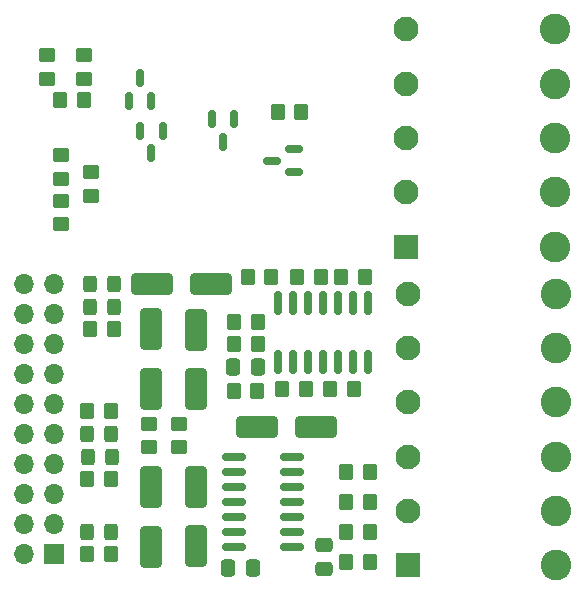
<source format=gbr>
%TF.GenerationSoftware,KiCad,Pcbnew,8.0.0-rc2-358-gd9abaa23a4*%
%TF.CreationDate,2024-02-08T19:09:11+01:00*%
%TF.ProjectId,xDuinoRail-Breakout-RailcomDetect,78447569-6e6f-4526-9169-6c2d42726561,rev?*%
%TF.SameCoordinates,Original*%
%TF.FileFunction,Soldermask,Top*%
%TF.FilePolarity,Negative*%
%FSLAX46Y46*%
G04 Gerber Fmt 4.6, Leading zero omitted, Abs format (unit mm)*
G04 Created by KiCad (PCBNEW 8.0.0-rc2-358-gd9abaa23a4) date 2024-02-08 19:09:11*
%MOMM*%
%LPD*%
G01*
G04 APERTURE LIST*
G04 Aperture macros list*
%AMRoundRect*
0 Rectangle with rounded corners*
0 $1 Rounding radius*
0 $2 $3 $4 $5 $6 $7 $8 $9 X,Y pos of 4 corners*
0 Add a 4 corners polygon primitive as box body*
4,1,4,$2,$3,$4,$5,$6,$7,$8,$9,$2,$3,0*
0 Add four circle primitives for the rounded corners*
1,1,$1+$1,$2,$3*
1,1,$1+$1,$4,$5*
1,1,$1+$1,$6,$7*
1,1,$1+$1,$8,$9*
0 Add four rect primitives between the rounded corners*
20,1,$1+$1,$2,$3,$4,$5,0*
20,1,$1+$1,$4,$5,$6,$7,0*
20,1,$1+$1,$6,$7,$8,$9,0*
20,1,$1+$1,$8,$9,$2,$3,0*%
G04 Aperture macros list end*
%ADD10RoundRect,0.250000X-0.350000X-0.450000X0.350000X-0.450000X0.350000X0.450000X-0.350000X0.450000X0*%
%ADD11RoundRect,0.250000X-0.450000X0.350000X-0.450000X-0.350000X0.450000X-0.350000X0.450000X0.350000X0*%
%ADD12RoundRect,0.250000X0.350000X0.450000X-0.350000X0.450000X-0.350000X-0.450000X0.350000X-0.450000X0*%
%ADD13RoundRect,0.250000X-0.325000X-0.450000X0.325000X-0.450000X0.325000X0.450000X-0.325000X0.450000X0*%
%ADD14RoundRect,0.150000X-0.150000X0.587500X-0.150000X-0.587500X0.150000X-0.587500X0.150000X0.587500X0*%
%ADD15RoundRect,0.250000X-0.650000X1.500000X-0.650000X-1.500000X0.650000X-1.500000X0.650000X1.500000X0*%
%ADD16RoundRect,0.250000X-1.500000X-0.650000X1.500000X-0.650000X1.500000X0.650000X-1.500000X0.650000X0*%
%ADD17RoundRect,0.150000X0.587500X0.150000X-0.587500X0.150000X-0.587500X-0.150000X0.587500X-0.150000X0*%
%ADD18RoundRect,0.250000X0.650000X-1.500000X0.650000X1.500000X-0.650000X1.500000X-0.650000X-1.500000X0*%
%ADD19RoundRect,0.250000X0.337500X0.475000X-0.337500X0.475000X-0.337500X-0.475000X0.337500X-0.475000X0*%
%ADD20C,2.600000*%
%ADD21RoundRect,0.250001X0.799999X-0.799999X0.799999X0.799999X-0.799999X0.799999X-0.799999X-0.799999X0*%
%ADD22C,2.100000*%
%ADD23RoundRect,0.150000X-0.150000X0.825000X-0.150000X-0.825000X0.150000X-0.825000X0.150000X0.825000X0*%
%ADD24RoundRect,0.150000X0.825000X0.150000X-0.825000X0.150000X-0.825000X-0.150000X0.825000X-0.150000X0*%
%ADD25RoundRect,0.250000X0.450000X-0.350000X0.450000X0.350000X-0.450000X0.350000X-0.450000X-0.350000X0*%
%ADD26RoundRect,0.250000X0.475000X-0.337500X0.475000X0.337500X-0.475000X0.337500X-0.475000X-0.337500X0*%
%ADD27RoundRect,0.150000X0.150000X-0.587500X0.150000X0.587500X-0.150000X0.587500X-0.150000X-0.587500X0*%
%ADD28RoundRect,0.250000X-0.337500X-0.475000X0.337500X-0.475000X0.337500X0.475000X-0.337500X0.475000X0*%
%ADD29R,1.700000X1.700000*%
%ADD30O,1.700000X1.700000*%
%ADD31RoundRect,0.250000X0.325000X0.450000X-0.325000X0.450000X-0.325000X-0.450000X0.325000X-0.450000X0*%
G04 APERTURE END LIST*
D10*
%TO.C,R101*%
X143780000Y-107315000D03*
X145780000Y-107315000D03*
%TD*%
%TO.C,R503*%
X165735000Y-106680000D03*
X167735000Y-106680000D03*
%TD*%
D11*
%TO.C,R502*%
X151540800Y-102591100D03*
X151540800Y-104591100D03*
%TD*%
D12*
%TO.C,R401*%
X158210000Y-95885000D03*
X156210000Y-95885000D03*
%TD*%
D10*
%TO.C,R403*%
X156210000Y-93980000D03*
X158210000Y-93980000D03*
%TD*%
%TO.C,R102*%
X143780000Y-113665000D03*
X145780000Y-113665000D03*
%TD*%
D13*
%TO.C,D104*%
X144000000Y-92710000D03*
X146050000Y-92710000D03*
%TD*%
D10*
%TO.C,R506*%
X165735000Y-114300000D03*
X167735000Y-114300000D03*
%TD*%
D13*
%TO.C,D102*%
X143755000Y-111760000D03*
X145805000Y-111760000D03*
%TD*%
D14*
%TO.C,Q202*%
X150175000Y-77802500D03*
X148275000Y-77802500D03*
X149225000Y-79677500D03*
%TD*%
D15*
%TO.C,D503*%
X153035000Y-94695000D03*
X153035000Y-99695000D03*
%TD*%
D16*
%TO.C,D401*%
X149305000Y-90805000D03*
X154305000Y-90805000D03*
%TD*%
D14*
%TO.C,Q201*%
X156210000Y-76835000D03*
X154310000Y-76835000D03*
X155260000Y-78710000D03*
%TD*%
D17*
%TO.C,Q204*%
X161290000Y-81275000D03*
X161290000Y-79375000D03*
X159415000Y-80325000D03*
%TD*%
D12*
%TO.C,R103*%
X146050000Y-94615000D03*
X144050000Y-94615000D03*
%TD*%
D10*
%TO.C,R404*%
X165275000Y-90170000D03*
X167275000Y-90170000D03*
%TD*%
D12*
%TO.C,R407*%
X162290000Y-99695000D03*
X160290000Y-99695000D03*
%TD*%
D10*
%TO.C,R203*%
X141510000Y-75200000D03*
X143510000Y-75200000D03*
%TD*%
D13*
%TO.C,D105*%
X145805000Y-103505000D03*
X143755000Y-103505000D03*
%TD*%
D12*
%TO.C,R408*%
X166370000Y-99695000D03*
X164370000Y-99695000D03*
%TD*%
D18*
%TO.C,D504*%
X149225000Y-99615000D03*
X149225000Y-94615000D03*
%TD*%
%TO.C,D501*%
X149225000Y-112990000D03*
X149225000Y-107990000D03*
%TD*%
D19*
%TO.C,C601*%
X157787800Y-114849300D03*
X155712800Y-114849300D03*
%TD*%
D13*
%TO.C,D101*%
X143870000Y-105410000D03*
X145920000Y-105410000D03*
%TD*%
D20*
%TO.C,J301*%
X183515000Y-114595000D03*
X183515000Y-109995000D03*
X183515000Y-105395000D03*
X183515000Y-100795000D03*
X183515000Y-96195000D03*
X183515000Y-91595000D03*
D21*
X170915000Y-114595000D03*
D22*
X170915000Y-109995000D03*
X170915000Y-105395000D03*
X170915000Y-100795000D03*
X170915000Y-96195000D03*
X170915000Y-91595000D03*
%TD*%
D23*
%TO.C,U501*%
X167545000Y-92392500D03*
X166275000Y-92392500D03*
X165005000Y-92392500D03*
X163735000Y-92392500D03*
X162465000Y-92392500D03*
X161195000Y-92392500D03*
X159925000Y-92392500D03*
X159925000Y-97342500D03*
X161195000Y-97342500D03*
X162465000Y-97342500D03*
X163735000Y-97342500D03*
X165005000Y-97342500D03*
X166275000Y-97342500D03*
X167545000Y-97342500D03*
%TD*%
D12*
%TO.C,R104*%
X145781400Y-101476700D03*
X143781400Y-101476700D03*
%TD*%
D10*
%TO.C,R504*%
X165735000Y-109220000D03*
X167735000Y-109220000D03*
%TD*%
D16*
%TO.C,D402*%
X158195000Y-102870000D03*
X163195000Y-102870000D03*
%TD*%
D24*
%TO.C,U601*%
X161160000Y-113030000D03*
X161160000Y-111760000D03*
X161160000Y-110490000D03*
X161160000Y-109220000D03*
X161160000Y-107950000D03*
X161160000Y-106680000D03*
X161160000Y-105410000D03*
X156210000Y-105410000D03*
X156210000Y-106680000D03*
X156210000Y-107950000D03*
X156210000Y-109220000D03*
X156210000Y-110490000D03*
X156210000Y-111760000D03*
X156210000Y-113030000D03*
%TD*%
D25*
%TO.C,R501*%
X149000800Y-104591100D03*
X149000800Y-102591100D03*
%TD*%
D26*
%TO.C,C602*%
X163830000Y-112860000D03*
X163830000Y-114935000D03*
%TD*%
D10*
%TO.C,R406*%
X157385000Y-90170000D03*
X159385000Y-90170000D03*
%TD*%
D27*
%TO.C,Q203*%
X147325000Y-75232500D03*
X149225000Y-75232500D03*
X148275000Y-73357500D03*
%TD*%
D28*
%TO.C,C401*%
X156155900Y-97824800D03*
X158230900Y-97824800D03*
%TD*%
D15*
%TO.C,D502*%
X153035000Y-107950000D03*
X153035000Y-112950000D03*
%TD*%
D29*
%TO.C,J101*%
X140970000Y-113665000D03*
D30*
X138430000Y-113665000D03*
X140970000Y-111125000D03*
X138430000Y-111125000D03*
X140970000Y-108585000D03*
X138430000Y-108585000D03*
X140970000Y-106045000D03*
X138430000Y-106045000D03*
X140970000Y-103505000D03*
X138430000Y-103505000D03*
X140970000Y-100965000D03*
X138430000Y-100965000D03*
X140970000Y-98425000D03*
X138430000Y-98425000D03*
X140970000Y-95885000D03*
X138430000Y-95885000D03*
X140970000Y-93345000D03*
X138430000Y-93345000D03*
X140970000Y-90805000D03*
X138430000Y-90805000D03*
%TD*%
D11*
%TO.C,R201*%
X143510000Y-71390000D03*
X143510000Y-73390000D03*
%TD*%
D10*
%TO.C,R204*%
X159925000Y-76200000D03*
X161925000Y-76200000D03*
%TD*%
D11*
%TO.C,R202*%
X140405100Y-71390000D03*
X140405100Y-73390000D03*
%TD*%
%TO.C,R307*%
X141605000Y-83725000D03*
X141605000Y-85725000D03*
%TD*%
D31*
%TO.C,D103*%
X146050000Y-90805000D03*
X144000000Y-90805000D03*
%TD*%
D11*
%TO.C,R205*%
X144145000Y-81280000D03*
X144145000Y-83280000D03*
%TD*%
D10*
%TO.C,R402*%
X156189400Y-99780800D03*
X158189400Y-99780800D03*
%TD*%
D11*
%TO.C,R306*%
X141605000Y-79867500D03*
X141605000Y-81867500D03*
%TD*%
D10*
%TO.C,R405*%
X161560000Y-90170000D03*
X163560000Y-90170000D03*
%TD*%
D20*
%TO.C,J201*%
X183415000Y-87615000D03*
X183415000Y-83015000D03*
X183415000Y-78415000D03*
X183415000Y-73815000D03*
X183415000Y-69215000D03*
D21*
X170815000Y-87615000D03*
D22*
X170815000Y-83015000D03*
X170815000Y-78415000D03*
X170815000Y-73815000D03*
X170815000Y-69215000D03*
%TD*%
D10*
%TO.C,R505*%
X165735000Y-111760000D03*
X167735000Y-111760000D03*
%TD*%
M02*

</source>
